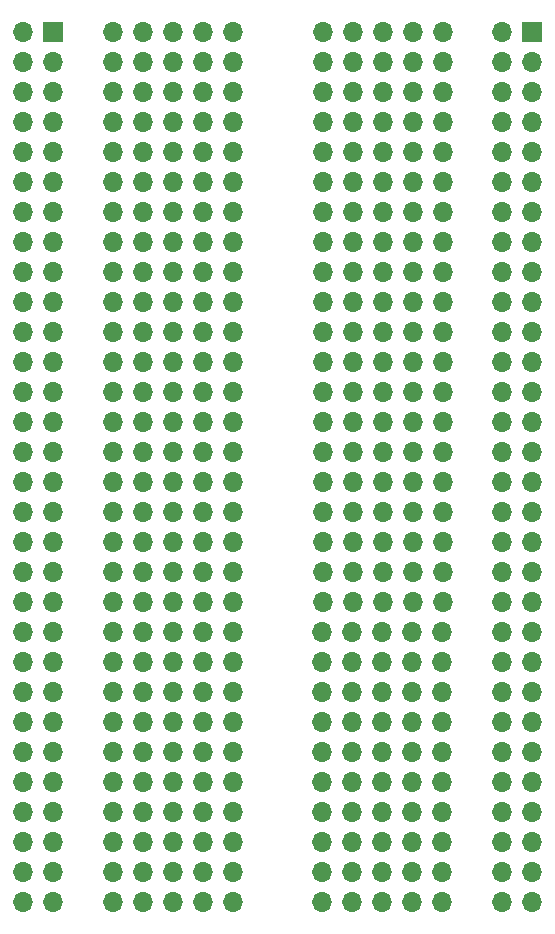
<source format=gbr>
%TF.GenerationSoftware,KiCad,Pcbnew,7.0.2*%
%TF.CreationDate,2024-01-28T20:17:22-05:00*%
%TF.ProjectId,dpx_perv_5x30,6470785f-7065-4727-965f-357833302e6b,rev?*%
%TF.SameCoordinates,Original*%
%TF.FileFunction,Copper,L1,Top*%
%TF.FilePolarity,Positive*%
%FSLAX46Y46*%
G04 Gerber Fmt 4.6, Leading zero omitted, Abs format (unit mm)*
G04 Created by KiCad (PCBNEW 7.0.2) date 2024-01-28 20:17:22*
%MOMM*%
%LPD*%
G01*
G04 APERTURE LIST*
%TA.AperFunction,ComponentPad*%
%ADD10R,1.700000X1.700000*%
%TD*%
%TA.AperFunction,ComponentPad*%
%ADD11O,1.700000X1.700000*%
%TD*%
G04 APERTURE END LIST*
D10*
%TO.P,J1,1,Pin_1*%
%TO.N,VCC*%
X46220000Y-33615000D03*
D11*
%TO.P,J1,2,Pin_2*%
%TO.N,GND*%
X43680000Y-33615000D03*
%TO.P,J1,3,Pin_3*%
%TO.N,VCC*%
X46220000Y-36155000D03*
%TO.P,J1,4,Pin_4*%
%TO.N,GND*%
X43680000Y-36155000D03*
%TO.P,J1,5,Pin_5*%
%TO.N,VCC*%
X46220000Y-38695000D03*
%TO.P,J1,6,Pin_6*%
%TO.N,GND*%
X43680000Y-38695000D03*
%TO.P,J1,7,Pin_7*%
%TO.N,VCC*%
X46220000Y-41235000D03*
%TO.P,J1,8,Pin_8*%
%TO.N,GND*%
X43680000Y-41235000D03*
%TO.P,J1,9,Pin_9*%
%TO.N,VCC*%
X46220000Y-43775000D03*
%TO.P,J1,10,Pin_10*%
%TO.N,GND*%
X43680000Y-43775000D03*
%TO.P,J1,11,Pin_11*%
%TO.N,VCC*%
X46220000Y-46315000D03*
%TO.P,J1,12,Pin_12*%
%TO.N,GND*%
X43680000Y-46315000D03*
%TO.P,J1,13,Pin_13*%
%TO.N,VCC*%
X46220000Y-48855000D03*
%TO.P,J1,14,Pin_14*%
%TO.N,GND*%
X43680000Y-48855000D03*
%TO.P,J1,15,Pin_15*%
%TO.N,VCC*%
X46220000Y-51395000D03*
%TO.P,J1,16,Pin_16*%
%TO.N,GND*%
X43680000Y-51395000D03*
%TO.P,J1,17,Pin_17*%
%TO.N,VCC*%
X46220000Y-53935000D03*
%TO.P,J1,18,Pin_18*%
%TO.N,GND*%
X43680000Y-53935000D03*
%TO.P,J1,19,Pin_19*%
%TO.N,VCC*%
X46220000Y-56475000D03*
%TO.P,J1,20,Pin_20*%
%TO.N,GND*%
X43680000Y-56475000D03*
%TO.P,J1,21,Pin_21*%
%TO.N,VCC*%
X46220000Y-59015000D03*
%TO.P,J1,22,Pin_22*%
%TO.N,GND*%
X43680000Y-59015000D03*
%TO.P,J1,23,Pin_23*%
%TO.N,VCC*%
X46220000Y-61555000D03*
%TO.P,J1,24,Pin_24*%
%TO.N,GND*%
X43680000Y-61555000D03*
%TO.P,J1,25,Pin_25*%
%TO.N,VCC*%
X46220000Y-64095000D03*
%TO.P,J1,26,Pin_26*%
%TO.N,GND*%
X43680000Y-64095000D03*
%TO.P,J1,27,Pin_27*%
%TO.N,VCC*%
X46220000Y-66635000D03*
%TO.P,J1,28,Pin_28*%
%TO.N,GND*%
X43680000Y-66635000D03*
%TO.P,J1,29,Pin_29*%
%TO.N,VCC*%
X46220000Y-69175000D03*
%TO.P,J1,30,Pin_30*%
%TO.N,GND*%
X43680000Y-69175000D03*
%TO.P,J1,31,Pin_31*%
%TO.N,VCC*%
X46220000Y-71715000D03*
%TO.P,J1,32,Pin_32*%
%TO.N,GND*%
X43680000Y-71715000D03*
%TO.P,J1,33,Pin_33*%
%TO.N,VCC*%
X46220000Y-74255000D03*
%TO.P,J1,34,Pin_34*%
%TO.N,GND*%
X43680000Y-74255000D03*
%TO.P,J1,35,Pin_35*%
%TO.N,VCC*%
X46220000Y-76795000D03*
%TO.P,J1,36,Pin_36*%
%TO.N,GND*%
X43680000Y-76795000D03*
%TO.P,J1,37,Pin_37*%
%TO.N,VCC*%
X46220000Y-79335000D03*
%TO.P,J1,38,Pin_38*%
%TO.N,GND*%
X43680000Y-79335000D03*
%TO.P,J1,39,Pin_39*%
%TO.N,VCC*%
X46220000Y-81875000D03*
%TO.P,J1,40,Pin_40*%
%TO.N,GND*%
X43680000Y-81875000D03*
%TO.P,J1,41,Pin_41*%
%TO.N,VCC*%
X46220000Y-84415000D03*
%TO.P,J1,42,Pin_42*%
%TO.N,GND*%
X43680000Y-84415000D03*
%TO.P,J1,43,Pin_43*%
%TO.N,VCC*%
X46220000Y-86955000D03*
%TO.P,J1,44,Pin_44*%
%TO.N,GND*%
X43680000Y-86955000D03*
%TO.P,J1,45,Pin_45*%
%TO.N,VCC*%
X46220000Y-89495000D03*
%TO.P,J1,46,Pin_46*%
%TO.N,GND*%
X43680000Y-89495000D03*
%TO.P,J1,47,Pin_47*%
%TO.N,VCC*%
X46220000Y-92035000D03*
%TO.P,J1,48,Pin_48*%
%TO.N,GND*%
X43680000Y-92035000D03*
%TO.P,J1,49,Pin_49*%
%TO.N,VCC*%
X46220000Y-94575000D03*
%TO.P,J1,50,Pin_50*%
%TO.N,GND*%
X43680000Y-94575000D03*
%TO.P,J1,51,Pin_51*%
%TO.N,VCC*%
X46220000Y-97115000D03*
%TO.P,J1,52,Pin_52*%
%TO.N,GND*%
X43680000Y-97115000D03*
%TO.P,J1,53,Pin_53*%
%TO.N,VCC*%
X46220000Y-99655000D03*
%TO.P,J1,54,Pin_54*%
%TO.N,GND*%
X43680000Y-99655000D03*
%TO.P,J1,55,Pin_55*%
%TO.N,VCC*%
X46220000Y-102195000D03*
%TO.P,J1,56,Pin_56*%
%TO.N,GND*%
X43680000Y-102195000D03*
%TO.P,J1,57,Pin_57*%
%TO.N,VCC*%
X46220000Y-104735000D03*
%TO.P,J1,58,Pin_58*%
%TO.N,GND*%
X43680000Y-104735000D03*
%TO.P,J1,59,Pin_59*%
%TO.N,VCC*%
X46220000Y-107275000D03*
%TO.P,J1,60,Pin_60*%
%TO.N,GND*%
X43680000Y-107275000D03*
%TD*%
D10*
%TO.P,J2,1,Pin_1*%
%TO.N,VCC*%
X86770000Y-33615000D03*
D11*
%TO.P,J2,2,Pin_2*%
%TO.N,GND*%
X84230000Y-33615000D03*
%TO.P,J2,3,Pin_3*%
%TO.N,VCC*%
X86770000Y-36155000D03*
%TO.P,J2,4,Pin_4*%
%TO.N,GND*%
X84230000Y-36155000D03*
%TO.P,J2,5,Pin_5*%
%TO.N,VCC*%
X86770000Y-38695000D03*
%TO.P,J2,6,Pin_6*%
%TO.N,GND*%
X84230000Y-38695000D03*
%TO.P,J2,7,Pin_7*%
%TO.N,VCC*%
X86770000Y-41235000D03*
%TO.P,J2,8,Pin_8*%
%TO.N,GND*%
X84230000Y-41235000D03*
%TO.P,J2,9,Pin_9*%
%TO.N,VCC*%
X86770000Y-43775000D03*
%TO.P,J2,10,Pin_10*%
%TO.N,GND*%
X84230000Y-43775000D03*
%TO.P,J2,11,Pin_11*%
%TO.N,VCC*%
X86770000Y-46315000D03*
%TO.P,J2,12,Pin_12*%
%TO.N,GND*%
X84230000Y-46315000D03*
%TO.P,J2,13,Pin_13*%
%TO.N,VCC*%
X86770000Y-48855000D03*
%TO.P,J2,14,Pin_14*%
%TO.N,GND*%
X84230000Y-48855000D03*
%TO.P,J2,15,Pin_15*%
%TO.N,VCC*%
X86770000Y-51395000D03*
%TO.P,J2,16,Pin_16*%
%TO.N,GND*%
X84230000Y-51395000D03*
%TO.P,J2,17,Pin_17*%
%TO.N,VCC*%
X86770000Y-53935000D03*
%TO.P,J2,18,Pin_18*%
%TO.N,GND*%
X84230000Y-53935000D03*
%TO.P,J2,19,Pin_19*%
%TO.N,VCC*%
X86770000Y-56475000D03*
%TO.P,J2,20,Pin_20*%
%TO.N,GND*%
X84230000Y-56475000D03*
%TO.P,J2,21,Pin_21*%
%TO.N,VCC*%
X86770000Y-59015000D03*
%TO.P,J2,22,Pin_22*%
%TO.N,GND*%
X84230000Y-59015000D03*
%TO.P,J2,23,Pin_23*%
%TO.N,VCC*%
X86770000Y-61555000D03*
%TO.P,J2,24,Pin_24*%
%TO.N,GND*%
X84230000Y-61555000D03*
%TO.P,J2,25,Pin_25*%
%TO.N,VCC*%
X86770000Y-64095000D03*
%TO.P,J2,26,Pin_26*%
%TO.N,GND*%
X84230000Y-64095000D03*
%TO.P,J2,27,Pin_27*%
%TO.N,VCC*%
X86770000Y-66635000D03*
%TO.P,J2,28,Pin_28*%
%TO.N,GND*%
X84230000Y-66635000D03*
%TO.P,J2,29,Pin_29*%
%TO.N,VCC*%
X86770000Y-69175000D03*
%TO.P,J2,30,Pin_30*%
%TO.N,GND*%
X84230000Y-69175000D03*
%TO.P,J2,31,Pin_31*%
%TO.N,VCC*%
X86770000Y-71715000D03*
%TO.P,J2,32,Pin_32*%
%TO.N,GND*%
X84230000Y-71715000D03*
%TO.P,J2,33,Pin_33*%
%TO.N,VCC*%
X86770000Y-74255000D03*
%TO.P,J2,34,Pin_34*%
%TO.N,GND*%
X84230000Y-74255000D03*
%TO.P,J2,35,Pin_35*%
%TO.N,VCC*%
X86770000Y-76795000D03*
%TO.P,J2,36,Pin_36*%
%TO.N,GND*%
X84230000Y-76795000D03*
%TO.P,J2,37,Pin_37*%
%TO.N,VCC*%
X86770000Y-79335000D03*
%TO.P,J2,38,Pin_38*%
%TO.N,GND*%
X84230000Y-79335000D03*
%TO.P,J2,39,Pin_39*%
%TO.N,VCC*%
X86770000Y-81875000D03*
%TO.P,J2,40,Pin_40*%
%TO.N,GND*%
X84230000Y-81875000D03*
%TO.P,J2,41,Pin_41*%
%TO.N,VCC*%
X86770000Y-84415000D03*
%TO.P,J2,42,Pin_42*%
%TO.N,GND*%
X84230000Y-84415000D03*
%TO.P,J2,43,Pin_43*%
%TO.N,VCC*%
X86770000Y-86955000D03*
%TO.P,J2,44,Pin_44*%
%TO.N,GND*%
X84230000Y-86955000D03*
%TO.P,J2,45,Pin_45*%
%TO.N,VCC*%
X86770000Y-89495000D03*
%TO.P,J2,46,Pin_46*%
%TO.N,GND*%
X84230000Y-89495000D03*
%TO.P,J2,47,Pin_47*%
%TO.N,VCC*%
X86770000Y-92035000D03*
%TO.P,J2,48,Pin_48*%
%TO.N,GND*%
X84230000Y-92035000D03*
%TO.P,J2,49,Pin_49*%
%TO.N,VCC*%
X86770000Y-94575000D03*
%TO.P,J2,50,Pin_50*%
%TO.N,GND*%
X84230000Y-94575000D03*
%TO.P,J2,51,Pin_51*%
%TO.N,VCC*%
X86770000Y-97115000D03*
%TO.P,J2,52,Pin_52*%
%TO.N,GND*%
X84230000Y-97115000D03*
%TO.P,J2,53,Pin_53*%
%TO.N,VCC*%
X86770000Y-99655000D03*
%TO.P,J2,54,Pin_54*%
%TO.N,GND*%
X84230000Y-99655000D03*
%TO.P,J2,55,Pin_55*%
%TO.N,VCC*%
X86770000Y-102195000D03*
%TO.P,J2,56,Pin_56*%
%TO.N,GND*%
X84230000Y-102195000D03*
%TO.P,J2,57,Pin_57*%
%TO.N,VCC*%
X86770000Y-104735000D03*
%TO.P,J2,58,Pin_58*%
%TO.N,GND*%
X84230000Y-104735000D03*
%TO.P,J2,59,Pin_59*%
%TO.N,VCC*%
X86770000Y-107275000D03*
%TO.P,J2,60,Pin_60*%
%TO.N,GND*%
X84230000Y-107275000D03*
%TD*%
%TO.P,U6,1*%
%TO.N,N/C*%
X79165000Y-97110000D03*
%TO.P,U6,2*%
X76625000Y-97110000D03*
%TO.P,U6,3*%
X74085000Y-97110000D03*
%TO.P,U6,4*%
X71545000Y-97110000D03*
%TO.P,U6,5*%
X69005000Y-97110000D03*
%TO.P,U6,6*%
X61405000Y-97110000D03*
%TO.P,U6,11*%
X79165000Y-99650000D03*
%TO.P,U6,12*%
X76625000Y-99650000D03*
%TO.P,U6,13*%
X74085000Y-99650000D03*
%TO.P,U6,14*%
X71545000Y-99650000D03*
%TO.P,U6,15*%
X69005000Y-99650000D03*
%TO.P,U6,16*%
X61405000Y-99650000D03*
%TO.P,U6,17*%
X58865000Y-99650000D03*
X58855000Y-97110000D03*
%TO.P,U6,18*%
X56325000Y-99650000D03*
X56315000Y-97110000D03*
%TO.P,U6,19*%
X53785000Y-99650000D03*
X53775000Y-97110000D03*
%TO.P,U6,20*%
X51245000Y-99650000D03*
X51235000Y-97110000D03*
%TO.P,U6,21*%
X79165000Y-102190000D03*
%TO.P,U6,22*%
X76625000Y-102190000D03*
%TO.P,U6,23*%
X74085000Y-102190000D03*
%TO.P,U6,24*%
X71545000Y-102190000D03*
%TO.P,U6,25*%
X69005000Y-102190000D03*
%TO.P,U6,26*%
X61405000Y-102190000D03*
%TO.P,U6,27*%
X58865000Y-102190000D03*
%TO.P,U6,28*%
X56325000Y-102190000D03*
%TO.P,U6,29*%
X53785000Y-102190000D03*
%TO.P,U6,30*%
X51245000Y-102190000D03*
%TO.P,U6,31*%
X79165000Y-104730000D03*
%TO.P,U6,32*%
X76625000Y-104730000D03*
%TO.P,U6,33*%
X74085000Y-104730000D03*
%TO.P,U6,34*%
X71545000Y-104730000D03*
%TO.P,U6,35*%
X69005000Y-104730000D03*
%TO.P,U6,36*%
X61405000Y-104730000D03*
%TO.P,U6,37*%
X58865000Y-104730000D03*
%TO.P,U6,38*%
X56325000Y-104730000D03*
%TO.P,U6,39*%
X53785000Y-104730000D03*
%TO.P,U6,40*%
X51245000Y-104730000D03*
%TO.P,U6,41*%
X79165000Y-107270000D03*
%TO.P,U6,42*%
X76625000Y-107270000D03*
%TO.P,U6,43*%
X74085000Y-107270000D03*
%TO.P,U6,44*%
X71545000Y-107270000D03*
%TO.P,U6,45*%
X69005000Y-107270000D03*
%TO.P,U6,46*%
X61405000Y-107270000D03*
%TO.P,U6,47*%
X58865000Y-107270000D03*
%TO.P,U6,48*%
X56325000Y-107270000D03*
%TO.P,U6,49*%
X53785000Y-107270000D03*
%TO.P,U6,50*%
X51245000Y-107270000D03*
%TD*%
%TO.P,U2,1*%
%TO.N,N/C*%
X79195000Y-46310000D03*
%TO.P,U2,2*%
X76655000Y-46310000D03*
%TO.P,U2,3*%
X74115000Y-46310000D03*
%TO.P,U2,4*%
X71575000Y-46310000D03*
%TO.P,U2,5*%
X69035000Y-46310000D03*
%TO.P,U2,6*%
X61435000Y-46310000D03*
%TO.P,U2,11*%
X79195000Y-48850000D03*
%TO.P,U2,12*%
X76655000Y-48850000D03*
%TO.P,U2,13*%
X74115000Y-48850000D03*
%TO.P,U2,14*%
X71575000Y-48850000D03*
%TO.P,U2,15*%
X69035000Y-48850000D03*
%TO.P,U2,16*%
X61435000Y-48850000D03*
%TO.P,U2,17*%
X58895000Y-48850000D03*
X58885000Y-46310000D03*
%TO.P,U2,18*%
X56355000Y-48850000D03*
X56345000Y-46310000D03*
%TO.P,U2,19*%
X53815000Y-48850000D03*
X53805000Y-46310000D03*
%TO.P,U2,20*%
X51275000Y-48850000D03*
X51265000Y-46310000D03*
%TO.P,U2,21*%
X79195000Y-51390000D03*
%TO.P,U2,22*%
X76655000Y-51390000D03*
%TO.P,U2,23*%
X74115000Y-51390000D03*
%TO.P,U2,24*%
X71575000Y-51390000D03*
%TO.P,U2,25*%
X69035000Y-51390000D03*
%TO.P,U2,26*%
X61435000Y-51390000D03*
%TO.P,U2,27*%
X58895000Y-51390000D03*
%TO.P,U2,28*%
X56355000Y-51390000D03*
%TO.P,U2,29*%
X53815000Y-51390000D03*
%TO.P,U2,30*%
X51275000Y-51390000D03*
%TO.P,U2,31*%
X79195000Y-53930000D03*
%TO.P,U2,32*%
X76655000Y-53930000D03*
%TO.P,U2,33*%
X74115000Y-53930000D03*
%TO.P,U2,34*%
X71575000Y-53930000D03*
%TO.P,U2,35*%
X69035000Y-53930000D03*
%TO.P,U2,36*%
X61435000Y-53930000D03*
%TO.P,U2,37*%
X58895000Y-53930000D03*
%TO.P,U2,38*%
X56355000Y-53930000D03*
%TO.P,U2,39*%
X53815000Y-53930000D03*
%TO.P,U2,40*%
X51275000Y-53930000D03*
%TO.P,U2,41*%
X79195000Y-56470000D03*
%TO.P,U2,42*%
X76655000Y-56470000D03*
%TO.P,U2,43*%
X74115000Y-56470000D03*
%TO.P,U2,44*%
X71575000Y-56470000D03*
%TO.P,U2,45*%
X69035000Y-56470000D03*
%TO.P,U2,46*%
X61435000Y-56470000D03*
%TO.P,U2,47*%
X58895000Y-56470000D03*
%TO.P,U2,48*%
X56355000Y-56470000D03*
%TO.P,U2,49*%
X53815000Y-56470000D03*
%TO.P,U2,50*%
X51275000Y-56470000D03*
%TD*%
%TO.P,U1,1*%
%TO.N,N/C*%
X79180000Y-33615000D03*
%TO.P,U1,2*%
X76640000Y-33615000D03*
%TO.P,U1,3*%
X74100000Y-33615000D03*
%TO.P,U1,4*%
X71560000Y-33615000D03*
%TO.P,U1,5*%
X69020000Y-33615000D03*
%TO.P,U1,6*%
X61420000Y-33615000D03*
%TO.P,U1,11*%
X79180000Y-36155000D03*
%TO.P,U1,12*%
X76640000Y-36155000D03*
%TO.P,U1,13*%
X74100000Y-36155000D03*
%TO.P,U1,14*%
X71560000Y-36155000D03*
%TO.P,U1,15*%
X69020000Y-36155000D03*
%TO.P,U1,16*%
X61420000Y-36155000D03*
%TO.P,U1,17*%
X58880000Y-36155000D03*
X58870000Y-33615000D03*
%TO.P,U1,18*%
X56340000Y-36155000D03*
X56330000Y-33615000D03*
%TO.P,U1,19*%
X53800000Y-36155000D03*
X53790000Y-33615000D03*
%TO.P,U1,20*%
X51260000Y-36155000D03*
X51250000Y-33615000D03*
%TO.P,U1,21*%
X79180000Y-38695000D03*
%TO.P,U1,22*%
X76640000Y-38695000D03*
%TO.P,U1,23*%
X74100000Y-38695000D03*
%TO.P,U1,24*%
X71560000Y-38695000D03*
%TO.P,U1,25*%
X69020000Y-38695000D03*
%TO.P,U1,26*%
X61420000Y-38695000D03*
%TO.P,U1,27*%
X58880000Y-38695000D03*
%TO.P,U1,28*%
X56340000Y-38695000D03*
%TO.P,U1,29*%
X53800000Y-38695000D03*
%TO.P,U1,30*%
X51260000Y-38695000D03*
%TO.P,U1,31*%
X79180000Y-41235000D03*
%TO.P,U1,32*%
X76640000Y-41235000D03*
%TO.P,U1,33*%
X74100000Y-41235000D03*
%TO.P,U1,34*%
X71560000Y-41235000D03*
%TO.P,U1,35*%
X69020000Y-41235000D03*
%TO.P,U1,36*%
X61420000Y-41235000D03*
%TO.P,U1,37*%
X58880000Y-41235000D03*
%TO.P,U1,38*%
X56340000Y-41235000D03*
%TO.P,U1,39*%
X53800000Y-41235000D03*
%TO.P,U1,40*%
X51260000Y-41235000D03*
%TO.P,U1,41*%
X79180000Y-43775000D03*
%TO.P,U1,42*%
X76640000Y-43775000D03*
%TO.P,U1,43*%
X74100000Y-43775000D03*
%TO.P,U1,44*%
X71560000Y-43775000D03*
%TO.P,U1,45*%
X69020000Y-43775000D03*
%TO.P,U1,46*%
X61420000Y-43775000D03*
%TO.P,U1,47*%
X58880000Y-43775000D03*
%TO.P,U1,48*%
X56340000Y-43775000D03*
%TO.P,U1,49*%
X53800000Y-43775000D03*
%TO.P,U1,50*%
X51260000Y-43775000D03*
%TD*%
%TO.P,U4,1*%
%TO.N,N/C*%
X79185000Y-71710000D03*
%TO.P,U4,2*%
X76645000Y-71710000D03*
%TO.P,U4,3*%
X74105000Y-71710000D03*
%TO.P,U4,4*%
X71565000Y-71710000D03*
%TO.P,U4,5*%
X69025000Y-71710000D03*
%TO.P,U4,6*%
X61425000Y-71710000D03*
%TO.P,U4,11*%
X79185000Y-74250000D03*
%TO.P,U4,12*%
X76645000Y-74250000D03*
%TO.P,U4,13*%
X74105000Y-74250000D03*
%TO.P,U4,14*%
X71565000Y-74250000D03*
%TO.P,U4,15*%
X69025000Y-74250000D03*
%TO.P,U4,16*%
X61425000Y-74250000D03*
%TO.P,U4,17*%
X58885000Y-74250000D03*
X58875000Y-71710000D03*
%TO.P,U4,18*%
X56345000Y-74250000D03*
X56335000Y-71710000D03*
%TO.P,U4,19*%
X53805000Y-74250000D03*
X53795000Y-71710000D03*
%TO.P,U4,20*%
X51265000Y-74250000D03*
X51255000Y-71710000D03*
%TO.P,U4,21*%
X79185000Y-76790000D03*
%TO.P,U4,22*%
X76645000Y-76790000D03*
%TO.P,U4,23*%
X74105000Y-76790000D03*
%TO.P,U4,24*%
X71565000Y-76790000D03*
%TO.P,U4,25*%
X69025000Y-76790000D03*
%TO.P,U4,26*%
X61425000Y-76790000D03*
%TO.P,U4,27*%
X58885000Y-76790000D03*
%TO.P,U4,28*%
X56345000Y-76790000D03*
%TO.P,U4,29*%
X53805000Y-76790000D03*
%TO.P,U4,30*%
X51265000Y-76790000D03*
%TO.P,U4,31*%
X79185000Y-79330000D03*
%TO.P,U4,32*%
X76645000Y-79330000D03*
%TO.P,U4,33*%
X74105000Y-79330000D03*
%TO.P,U4,34*%
X71565000Y-79330000D03*
%TO.P,U4,35*%
X69025000Y-79330000D03*
%TO.P,U4,36*%
X61425000Y-79330000D03*
%TO.P,U4,37*%
X58885000Y-79330000D03*
%TO.P,U4,38*%
X56345000Y-79330000D03*
%TO.P,U4,39*%
X53805000Y-79330000D03*
%TO.P,U4,40*%
X51265000Y-79330000D03*
%TO.P,U4,41*%
X79185000Y-81870000D03*
%TO.P,U4,42*%
X76645000Y-81870000D03*
%TO.P,U4,43*%
X74105000Y-81870000D03*
%TO.P,U4,44*%
X71565000Y-81870000D03*
%TO.P,U4,45*%
X69025000Y-81870000D03*
%TO.P,U4,46*%
X61425000Y-81870000D03*
%TO.P,U4,47*%
X58885000Y-81870000D03*
%TO.P,U4,48*%
X56345000Y-81870000D03*
%TO.P,U4,49*%
X53805000Y-81870000D03*
%TO.P,U4,50*%
X51265000Y-81870000D03*
%TD*%
%TO.P,U3,1*%
%TO.N,N/C*%
X79185000Y-59020000D03*
%TO.P,U3,2*%
X76645000Y-59020000D03*
%TO.P,U3,3*%
X74105000Y-59020000D03*
%TO.P,U3,4*%
X71565000Y-59020000D03*
%TO.P,U3,5*%
X69025000Y-59020000D03*
%TO.P,U3,6*%
X61425000Y-59020000D03*
%TO.P,U3,11*%
X79185000Y-61560000D03*
%TO.P,U3,12*%
X76645000Y-61560000D03*
%TO.P,U3,13*%
X74105000Y-61560000D03*
%TO.P,U3,14*%
X71565000Y-61560000D03*
%TO.P,U3,15*%
X69025000Y-61560000D03*
%TO.P,U3,16*%
X61425000Y-61560000D03*
%TO.P,U3,17*%
X58885000Y-61560000D03*
X58875000Y-59020000D03*
%TO.P,U3,18*%
X56345000Y-61560000D03*
X56335000Y-59020000D03*
%TO.P,U3,19*%
X53805000Y-61560000D03*
X53795000Y-59020000D03*
%TO.P,U3,20*%
X51265000Y-61560000D03*
X51255000Y-59020000D03*
%TO.P,U3,21*%
X79185000Y-64100000D03*
%TO.P,U3,22*%
X76645000Y-64100000D03*
%TO.P,U3,23*%
X74105000Y-64100000D03*
%TO.P,U3,24*%
X71565000Y-64100000D03*
%TO.P,U3,25*%
X69025000Y-64100000D03*
%TO.P,U3,26*%
X61425000Y-64100000D03*
%TO.P,U3,27*%
X58885000Y-64100000D03*
%TO.P,U3,28*%
X56345000Y-64100000D03*
%TO.P,U3,29*%
X53805000Y-64100000D03*
%TO.P,U3,30*%
X51265000Y-64100000D03*
%TO.P,U3,31*%
X79185000Y-66640000D03*
%TO.P,U3,32*%
X76645000Y-66640000D03*
%TO.P,U3,33*%
X74105000Y-66640000D03*
%TO.P,U3,34*%
X71565000Y-66640000D03*
%TO.P,U3,35*%
X69025000Y-66640000D03*
%TO.P,U3,36*%
X61425000Y-66640000D03*
%TO.P,U3,37*%
X58885000Y-66640000D03*
%TO.P,U3,38*%
X56345000Y-66640000D03*
%TO.P,U3,39*%
X53805000Y-66640000D03*
%TO.P,U3,40*%
X51265000Y-66640000D03*
%TO.P,U3,41*%
X79185000Y-69180000D03*
%TO.P,U3,42*%
X76645000Y-69180000D03*
%TO.P,U3,43*%
X74105000Y-69180000D03*
%TO.P,U3,44*%
X71565000Y-69180000D03*
%TO.P,U3,45*%
X69025000Y-69180000D03*
%TO.P,U3,46*%
X61425000Y-69180000D03*
%TO.P,U3,47*%
X58885000Y-69180000D03*
%TO.P,U3,48*%
X56345000Y-69180000D03*
%TO.P,U3,49*%
X53805000Y-69180000D03*
%TO.P,U3,50*%
X51265000Y-69180000D03*
%TD*%
%TO.P,U5,1*%
%TO.N,N/C*%
X79165000Y-84400000D03*
%TO.P,U5,2*%
X76625000Y-84400000D03*
%TO.P,U5,3*%
X74085000Y-84400000D03*
%TO.P,U5,4*%
X71545000Y-84400000D03*
%TO.P,U5,5*%
X69005000Y-84400000D03*
%TO.P,U5,6*%
X61405000Y-84400000D03*
%TO.P,U5,11*%
X79165000Y-86940000D03*
%TO.P,U5,12*%
X76625000Y-86940000D03*
%TO.P,U5,13*%
X74085000Y-86940000D03*
%TO.P,U5,14*%
X71545000Y-86940000D03*
%TO.P,U5,15*%
X69005000Y-86940000D03*
%TO.P,U5,16*%
X61405000Y-86940000D03*
%TO.P,U5,17*%
X58865000Y-86940000D03*
X58855000Y-84400000D03*
%TO.P,U5,18*%
X56325000Y-86940000D03*
X56315000Y-84400000D03*
%TO.P,U5,19*%
X53785000Y-86940000D03*
X53775000Y-84400000D03*
%TO.P,U5,20*%
X51245000Y-86940000D03*
X51235000Y-84400000D03*
%TO.P,U5,21*%
X79165000Y-89480000D03*
%TO.P,U5,22*%
X76625000Y-89480000D03*
%TO.P,U5,23*%
X74085000Y-89480000D03*
%TO.P,U5,24*%
X71545000Y-89480000D03*
%TO.P,U5,25*%
X69005000Y-89480000D03*
%TO.P,U5,26*%
X61405000Y-89480000D03*
%TO.P,U5,27*%
X58865000Y-89480000D03*
%TO.P,U5,28*%
X56325000Y-89480000D03*
%TO.P,U5,29*%
X53785000Y-89480000D03*
%TO.P,U5,30*%
X51245000Y-89480000D03*
%TO.P,U5,31*%
X79165000Y-92020000D03*
%TO.P,U5,32*%
X76625000Y-92020000D03*
%TO.P,U5,33*%
X74085000Y-92020000D03*
%TO.P,U5,34*%
X71545000Y-92020000D03*
%TO.P,U5,35*%
X69005000Y-92020000D03*
%TO.P,U5,36*%
X61405000Y-92020000D03*
%TO.P,U5,37*%
X58865000Y-92020000D03*
%TO.P,U5,38*%
X56325000Y-92020000D03*
%TO.P,U5,39*%
X53785000Y-92020000D03*
%TO.P,U5,40*%
X51245000Y-92020000D03*
%TO.P,U5,41*%
X79165000Y-94560000D03*
%TO.P,U5,42*%
X76625000Y-94560000D03*
%TO.P,U5,43*%
X74085000Y-94560000D03*
%TO.P,U5,44*%
X71545000Y-94560000D03*
%TO.P,U5,45*%
X69005000Y-94560000D03*
%TO.P,U5,46*%
X61405000Y-94560000D03*
%TO.P,U5,47*%
X58865000Y-94560000D03*
%TO.P,U5,48*%
X56325000Y-94560000D03*
%TO.P,U5,49*%
X53785000Y-94560000D03*
%TO.P,U5,50*%
X51245000Y-94560000D03*
%TD*%
M02*

</source>
